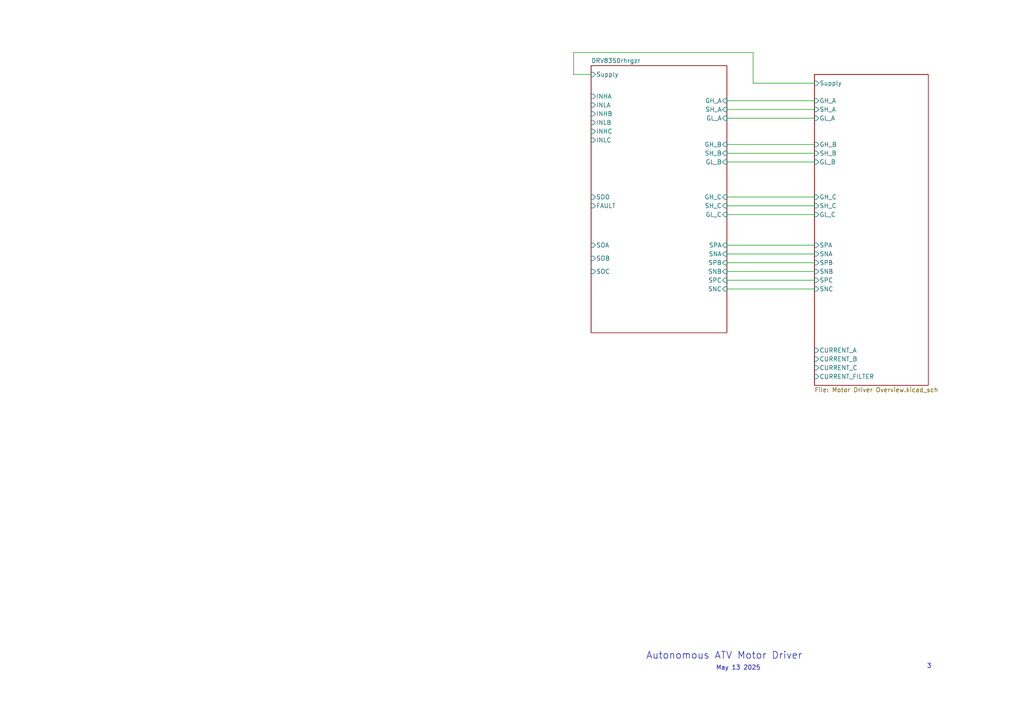
<source format=kicad_sch>
(kicad_sch
	(version 20250114)
	(generator "eeschema")
	(generator_version "9.0")
	(uuid "c5e750c3-7b06-469b-9efb-967b28a1b3b6")
	(paper "A4")
	(lib_symbols)
	(text "3\n"
		(exclude_from_sim no)
		(at 269.494 193.294 0)
		(effects
			(font
				(size 1.27 1.27)
			)
		)
		(uuid "408159ab-2a72-4dcf-94a7-e606b9caa859")
	)
	(text "May 13 2025\n"
		(exclude_from_sim no)
		(at 214.122 193.802 0)
		(effects
			(font
				(size 1.27 1.27)
			)
		)
		(uuid "ac4cd3fb-e8d3-49bd-9aa3-ed6ea3fe0b18")
	)
	(text "Autonomous ATV Motor Driver\n"
		(exclude_from_sim no)
		(at 210.058 190.246 0)
		(effects
			(font
				(size 2.032 2.032)
			)
		)
		(uuid "fbb90139-1455-4ded-97d0-f1ff6564a553")
	)
	(wire
		(pts
			(xy 210.82 29.21) (xy 236.22 29.21)
		)
		(stroke
			(width 0)
			(type default)
		)
		(uuid "02aba7bd-bf87-4868-a40e-28025a302ff1")
	)
	(wire
		(pts
			(xy 210.82 78.74) (xy 236.22 78.74)
		)
		(stroke
			(width 0)
			(type default)
		)
		(uuid "0649b938-153b-404f-ad41-7e0d73601395")
	)
	(wire
		(pts
			(xy 218.44 15.24) (xy 166.37 15.24)
		)
		(stroke
			(width 0)
			(type default)
		)
		(uuid "0b767d57-0564-4153-a71a-3be89d24fc4e")
	)
	(wire
		(pts
			(xy 166.37 21.59) (xy 171.45 21.59)
		)
		(stroke
			(width 0)
			(type default)
		)
		(uuid "0d22fdcb-9482-4b32-a4f3-3141557f9d29")
	)
	(wire
		(pts
			(xy 166.37 15.24) (xy 166.37 21.59)
		)
		(stroke
			(width 0)
			(type default)
		)
		(uuid "12af4fd8-671d-4316-a048-5a9faeb074ff")
	)
	(wire
		(pts
			(xy 218.44 24.13) (xy 218.44 15.24)
		)
		(stroke
			(width 0)
			(type default)
		)
		(uuid "42a26502-21e1-4c6f-bf29-1ea5b7b01870")
	)
	(wire
		(pts
			(xy 236.22 24.13) (xy 218.44 24.13)
		)
		(stroke
			(width 0)
			(type default)
		)
		(uuid "42a733e5-2a0b-4059-aecb-a58cadb3a91c")
	)
	(wire
		(pts
			(xy 210.82 34.29) (xy 236.22 34.29)
		)
		(stroke
			(width 0)
			(type default)
		)
		(uuid "71cba8f3-0826-4750-b8f5-5a09f8b96066")
	)
	(wire
		(pts
			(xy 210.82 31.75) (xy 236.22 31.75)
		)
		(stroke
			(width 0)
			(type default)
		)
		(uuid "88c8632b-95a6-496d-921f-b400dc975266")
	)
	(wire
		(pts
			(xy 210.82 44.45) (xy 236.22 44.45)
		)
		(stroke
			(width 0)
			(type default)
		)
		(uuid "8c37a079-0c40-4f22-b7f2-d7cb9b80a189")
	)
	(wire
		(pts
			(xy 210.82 83.82) (xy 236.22 83.82)
		)
		(stroke
			(width 0)
			(type default)
		)
		(uuid "93fe264f-5fc0-4412-aeb4-ef85afb65602")
	)
	(wire
		(pts
			(xy 210.82 71.12) (xy 236.22 71.12)
		)
		(stroke
			(width 0)
			(type default)
		)
		(uuid "9bc9ecce-dc5d-421a-b9a8-4711056e3fb8")
	)
	(wire
		(pts
			(xy 210.82 57.15) (xy 236.22 57.15)
		)
		(stroke
			(width 0)
			(type default)
		)
		(uuid "a95d47fd-fc1d-4560-a4f5-2509a78b73e9")
	)
	(wire
		(pts
			(xy 210.82 46.99) (xy 236.22 46.99)
		)
		(stroke
			(width 0)
			(type default)
		)
		(uuid "ae4d92a0-e12e-45c8-89fa-845b31e7d270")
	)
	(wire
		(pts
			(xy 210.82 76.2) (xy 236.22 76.2)
		)
		(stroke
			(width 0)
			(type default)
		)
		(uuid "be602c93-6261-4c07-a799-cd050b5d9712")
	)
	(wire
		(pts
			(xy 210.82 62.23) (xy 236.22 62.23)
		)
		(stroke
			(width 0)
			(type default)
		)
		(uuid "bfbd18e0-ac33-474e-a9f0-e787f7d1f964")
	)
	(wire
		(pts
			(xy 210.82 81.28) (xy 236.22 81.28)
		)
		(stroke
			(width 0)
			(type default)
		)
		(uuid "c1cd081e-dca8-4412-ae29-62c63f2a7e64")
	)
	(wire
		(pts
			(xy 210.82 73.66) (xy 236.22 73.66)
		)
		(stroke
			(width 0)
			(type default)
		)
		(uuid "ccf4602a-8323-4b8c-bbd9-daa3bb93f092")
	)
	(wire
		(pts
			(xy 210.82 41.91) (xy 236.22 41.91)
		)
		(stroke
			(width 0)
			(type default)
		)
		(uuid "e3211795-4e65-4db2-adf9-e07a603332dd")
	)
	(wire
		(pts
			(xy 210.82 59.69) (xy 236.22 59.69)
		)
		(stroke
			(width 0)
			(type default)
		)
		(uuid "e594a34e-e561-4103-9cb6-2e73a6ab2c60")
	)
	(sheet
		(at 236.22 21.59)
		(size 33.02 90.17)
		(exclude_from_sim no)
		(in_bom yes)
		(on_board yes)
		(dnp no)
		(fields_autoplaced yes)
		(stroke
			(width 0.1524)
			(type solid)
		)
		(fill
			(color 0 0 0 0.0000)
		)
		(uuid "5f3a86e1-9e1e-47bc-87da-7409d89fbd03")
		(property "Sheetname" "ATV Motor Driver"
			(at 236.22 20.8784 0)
			(effects
				(font
					(size 1.27 1.27)
				)
				(justify left bottom)
				(hide yes)
			)
		)
		(property "Sheetfile" "Motor Driver Overview.kicad_sch"
			(at 236.22 112.3446 0)
			(effects
				(font
					(size 1.27 1.27)
				)
				(justify left top)
			)
		)
		(pin "SH_C" input
			(at 236.22 59.69 180)
			(uuid "4a68c619-e4ea-42a1-a59e-cb3e9105edbc")
			(effects
				(font
					(size 1.27 1.27)
				)
				(justify left)
			)
		)
		(pin "GH_C" input
			(at 236.22 57.15 180)
			(uuid "15228a0b-14c4-4713-aa7a-935eec2db905")
			(effects
				(font
					(size 1.27 1.27)
				)
				(justify left)
			)
		)
		(pin "GL_C" input
			(at 236.22 62.23 180)
			(uuid "e91b0b6a-3fe5-4d88-ba96-62e5c2abf83e")
			(effects
				(font
					(size 1.27 1.27)
				)
				(justify left)
			)
		)
		(pin "Supply" input
			(at 236.22 24.13 180)
			(uuid "d2088974-9021-47a2-848d-152c5d27ff99")
			(effects
				(font
					(size 1.27 1.27)
				)
				(justify left)
			)
		)
		(pin "SH_B" input
			(at 236.22 44.45 180)
			(uuid "0cb80f4d-0a2f-45c4-8963-080c56b473b9")
			(effects
				(font
					(size 1.27 1.27)
				)
				(justify left)
			)
		)
		(pin "GH_A" input
			(at 236.22 29.21 180)
			(uuid "6989d413-04c1-45b8-8bba-a374820eea99")
			(effects
				(font
					(size 1.27 1.27)
				)
				(justify left)
			)
		)
		(pin "SH_A" input
			(at 236.22 31.75 180)
			(uuid "758c5c9f-b071-482d-a1b6-c584c948672b")
			(effects
				(font
					(size 1.27 1.27)
				)
				(justify left)
			)
		)
		(pin "GL_B" input
			(at 236.22 46.99 180)
			(uuid "eafb705f-9765-4ab0-ab25-a72662e10e10")
			(effects
				(font
					(size 1.27 1.27)
				)
				(justify left)
			)
		)
		(pin "GH_B" input
			(at 236.22 41.91 180)
			(uuid "280292c4-ee14-48bd-9926-213117064f64")
			(effects
				(font
					(size 1.27 1.27)
				)
				(justify left)
			)
		)
		(pin "GL_A" input
			(at 236.22 34.29 180)
			(uuid "984d8f7d-a928-4596-8867-f4abf16e6b7f")
			(effects
				(font
					(size 1.27 1.27)
				)
				(justify left)
			)
		)
		(pin "CURRENT_FILTER" input
			(at 236.22 109.22 180)
			(uuid "bc475557-695d-4f65-9e6b-8a4a62d48df6")
			(effects
				(font
					(size 1.27 1.27)
				)
				(justify left)
			)
		)
		(pin "CURRENT_C" input
			(at 236.22 106.68 180)
			(uuid "01a9a960-610d-4207-baf2-1338548ce6e5")
			(effects
				(font
					(size 1.27 1.27)
				)
				(justify left)
			)
		)
		(pin "CURRENT_A" input
			(at 236.22 101.6 180)
			(uuid "b2663dc1-c360-4ebc-abc5-c082d12278e9")
			(effects
				(font
					(size 1.27 1.27)
				)
				(justify left)
			)
		)
		(pin "CURRENT_B" input
			(at 236.22 104.14 180)
			(uuid "bd2d9d7f-f185-41e3-ae01-7c26313bbf9e")
			(effects
				(font
					(size 1.27 1.27)
				)
				(justify left)
			)
		)
		(pin "SNC" input
			(at 236.22 83.82 180)
			(uuid "4d8c7854-28cc-496b-8ac4-13bfb74928ef")
			(effects
				(font
					(size 1.27 1.27)
				)
				(justify left)
			)
		)
		(pin "SPC" input
			(at 236.22 81.28 180)
			(uuid "c4e32e62-fede-476a-b4eb-9ab17a2d2d93")
			(effects
				(font
					(size 1.27 1.27)
				)
				(justify left)
			)
		)
		(pin "SPB" input
			(at 236.22 76.2 180)
			(uuid "f37bd740-7b58-42e2-be7d-146202295800")
			(effects
				(font
					(size 1.27 1.27)
				)
				(justify left)
			)
		)
		(pin "SNB" input
			(at 236.22 78.74 180)
			(uuid "f77489ca-83e4-438e-b3de-a835aa20c460")
			(effects
				(font
					(size 1.27 1.27)
				)
				(justify left)
			)
		)
		(pin "SNA" input
			(at 236.22 73.66 180)
			(uuid "cc08fecf-e3e5-4fc2-8ce4-d1303d25e363")
			(effects
				(font
					(size 1.27 1.27)
				)
				(justify left)
			)
		)
		(pin "SPA" input
			(at 236.22 71.12 180)
			(uuid "bd6799f5-e878-4ab8-97f4-480655ab134b")
			(effects
				(font
					(size 1.27 1.27)
				)
				(justify left)
			)
		)
		(instances
			(project "Autonomous ATV 3-Phase Motor Driver"
				(path "/c5e750c3-7b06-469b-9efb-967b28a1b3b6"
					(page "3")
				)
			)
		)
	)
	(sheet
		(at 171.45 19.05)
		(size 39.37 77.47)
		(exclude_from_sim no)
		(in_bom yes)
		(on_board yes)
		(dnp no)
		(fields_autoplaced yes)
		(stroke
			(width 0.1524)
			(type solid)
		)
		(fill
			(color 0 0 0 0.0000)
		)
		(uuid "c8897aee-5ab3-4a3c-9b1d-1a38efc92575")
		(property "Sheetname" "DRV8350rhrgzr"
			(at 171.45 18.3384 0)
			(effects
				(font
					(size 1.27 1.27)
				)
				(justify left bottom)
			)
		)
		(property "Sheetfile" "DRV8350rhrgzr.kicad_sch"
			(at 171.45 97.1046 0)
			(effects
				(font
					(size 1.27 1.27)
				)
				(justify left top)
				(hide yes)
			)
		)
		(pin "SH_C" input
			(at 210.82 59.69 0)
			(uuid "6738242e-dd90-4a00-96c1-e3447702ce41")
			(effects
				(font
					(size 1.27 1.27)
				)
				(justify right)
			)
		)
		(pin "SH_B" input
			(at 210.82 44.45 0)
			(uuid "6c327194-fbba-4313-bd74-ae6ef5e93af2")
			(effects
				(font
					(size 1.27 1.27)
				)
				(justify right)
			)
		)
		(pin "GL_B" input
			(at 210.82 46.99 0)
			(uuid "51b0ce2d-1b09-4f32-90e3-915a588844df")
			(effects
				(font
					(size 1.27 1.27)
				)
				(justify right)
			)
		)
		(pin "GH_C" input
			(at 210.82 57.15 0)
			(uuid "1c2d43ad-745e-405c-8f0a-f659df1187e8")
			(effects
				(font
					(size 1.27 1.27)
				)
				(justify right)
			)
		)
		(pin "GL_C" input
			(at 210.82 62.23 0)
			(uuid "8f972c30-6054-4916-b978-da6a4cb71323")
			(effects
				(font
					(size 1.27 1.27)
				)
				(justify right)
			)
		)
		(pin "SH_A" input
			(at 210.82 31.75 0)
			(uuid "e4b4ba10-d392-4144-b7f6-1d0f7bb51879")
			(effects
				(font
					(size 1.27 1.27)
				)
				(justify right)
			)
		)
		(pin "GH_B" input
			(at 210.82 41.91 0)
			(uuid "a88c2a92-318a-456a-9836-cf8dbf05c5b4")
			(effects
				(font
					(size 1.27 1.27)
				)
				(justify right)
			)
		)
		(pin "GL_A" input
			(at 210.82 34.29 0)
			(uuid "8a04249b-1242-449f-920e-453ae47b3565")
			(effects
				(font
					(size 1.27 1.27)
				)
				(justify right)
			)
		)
		(pin "GH_A" input
			(at 210.82 29.21 0)
			(uuid "bc3d9489-9d56-456e-b886-0af95f916684")
			(effects
				(font
					(size 1.27 1.27)
				)
				(justify right)
			)
		)
		(pin "INHA" input
			(at 171.45 27.94 180)
			(uuid "7894f105-d9e8-4592-b033-7962bf336de2")
			(effects
				(font
					(size 1.27 1.27)
				)
				(justify left)
			)
		)
		(pin "INLC" input
			(at 171.45 40.64 180)
			(uuid "4604ba91-2ed3-4b32-96f5-875d02e4a145")
			(effects
				(font
					(size 1.27 1.27)
				)
				(justify left)
			)
		)
		(pin "INHB" input
			(at 171.45 33.02 180)
			(uuid "7116fabe-b6ce-4940-ab91-7691eb17e07d")
			(effects
				(font
					(size 1.27 1.27)
				)
				(justify left)
			)
		)
		(pin "INLB" input
			(at 171.45 35.56 180)
			(uuid "74482ef1-6917-4cb2-9fdc-bb4d598e1322")
			(effects
				(font
					(size 1.27 1.27)
				)
				(justify left)
			)
		)
		(pin "INLA" input
			(at 171.45 30.48 180)
			(uuid "c9fa5fa8-95cb-49ae-940e-e74203c18ae4")
			(effects
				(font
					(size 1.27 1.27)
				)
				(justify left)
			)
		)
		(pin "INHC" input
			(at 171.45 38.1 180)
			(uuid "07dc526d-bba2-4477-ae81-d4b18b09bf8e")
			(effects
				(font
					(size 1.27 1.27)
				)
				(justify left)
			)
		)
		(pin "SPC" input
			(at 210.82 81.28 0)
			(uuid "5eb770b3-a837-4414-ae4e-6e37a838efd4")
			(effects
				(font
					(size 1.27 1.27)
				)
				(justify right)
			)
		)
		(pin "SPB" input
			(at 210.82 76.2 0)
			(uuid "3a24e844-32d6-4da4-951a-33609b1aa552")
			(effects
				(font
					(size 1.27 1.27)
				)
				(justify right)
			)
		)
		(pin "SNC" input
			(at 210.82 83.82 0)
			(uuid "bb5fa93e-cfb2-4a51-b295-74b2bc94a9e0")
			(effects
				(font
					(size 1.27 1.27)
				)
				(justify right)
			)
		)
		(pin "SNB" input
			(at 210.82 78.74 0)
			(uuid "534e0082-4c95-4725-a94b-567f8a22df59")
			(effects
				(font
					(size 1.27 1.27)
				)
				(justify right)
			)
		)
		(pin "SPA" input
			(at 210.82 71.12 0)
			(uuid "4935950f-a22e-4696-80f4-ee48ec655427")
			(effects
				(font
					(size 1.27 1.27)
				)
				(justify right)
			)
		)
		(pin "SNA" input
			(at 210.82 73.66 0)
			(uuid "595da4d5-e700-4e71-9e79-361f958609a6")
			(effects
				(font
					(size 1.27 1.27)
				)
				(justify right)
			)
		)
		(pin "SOA" input
			(at 171.45 71.12 180)
			(uuid "9ec0ebdd-6bec-406f-801e-50c25a60594b")
			(effects
				(font
					(size 1.27 1.27)
				)
				(justify left)
			)
		)
		(pin "SOB" input
			(at 171.45 74.93 180)
			(uuid "8686dd6d-f47b-43d3-b8ba-964ea17b5404")
			(effects
				(font
					(size 1.27 1.27)
				)
				(justify left)
			)
		)
		(pin "SOC" input
			(at 171.45 78.74 180)
			(uuid "4c42f604-3918-4ca6-8de6-8bff4f862c27")
			(effects
				(font
					(size 1.27 1.27)
				)
				(justify left)
			)
		)
		(pin "SDO" input
			(at 171.45 57.15 180)
			(uuid "e7caf644-7a9b-4fb6-a33d-3aab81a8fd4f")
			(effects
				(font
					(size 1.27 1.27)
				)
				(justify left)
			)
		)
		(pin "FAULT" input
			(at 171.45 59.69 180)
			(uuid "52da6937-92cc-43d1-bdf6-0bb2c9898055")
			(effects
				(font
					(size 1.27 1.27)
				)
				(justify left)
			)
		)
		(pin "Supply" input
			(at 171.45 21.59 180)
			(uuid "36dfb980-e55a-4e92-a5df-62c08dd1e54c")
			(effects
				(font
					(size 1.27 1.27)
				)
				(justify left)
			)
		)
		(instances
			(project "Autonomous ATV 3-Phase Motor Driver"
				(path "/c5e750c3-7b06-469b-9efb-967b28a1b3b6"
					(page "2")
				)
			)
		)
	)
	(sheet_instances
		(path "/"
			(page "1")
		)
	)
	(embedded_fonts no)
)

</source>
